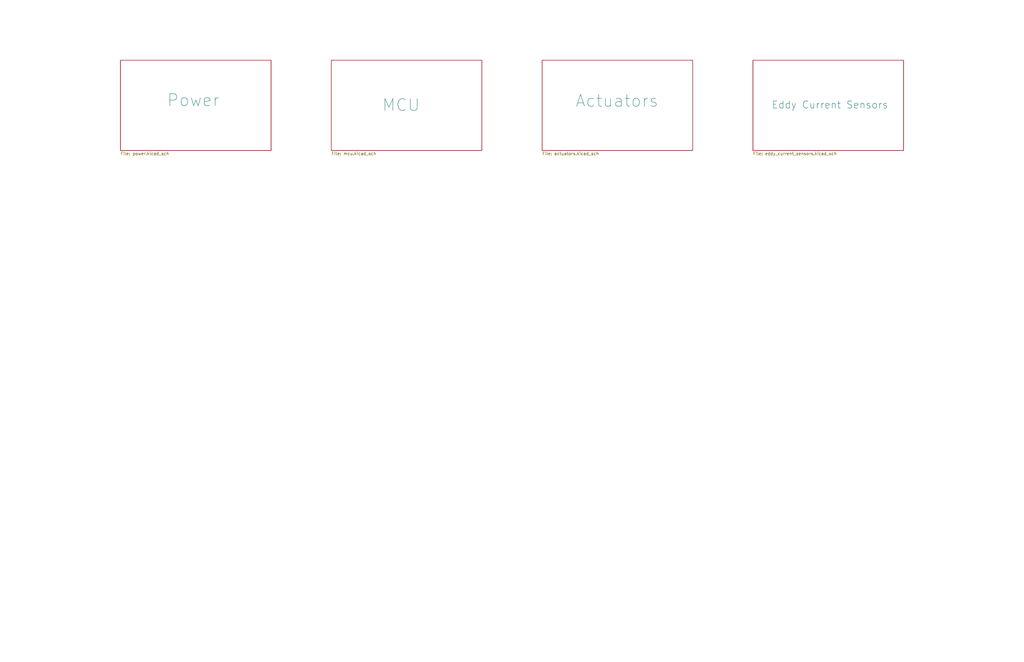
<source format=kicad_sch>
(kicad_sch
	(version 20231120)
	(generator "eeschema")
	(generator_version "8.0")
	(uuid "b88f3414-095b-412c-ac5e-63ceec91c7e6")
	(paper "B")
	(title_block
		(title "KASM Actuator PCBA Rev2")
		(date "2024-09-28")
		(rev "2")
	)
	(lib_symbols)
	(sheet
		(at 228.6 25.4)
		(size 63.5 38.1)
		(stroke
			(width 0.1524)
			(type solid)
		)
		(fill
			(color 0 0 0 0.0000)
		)
		(uuid "2d3f9a94-2f4e-4d4f-b431-cd37d3bb57a3")
		(property "Sheetname" "Actuators"
			(at 242.57 45.466 0)
			(effects
				(font
					(size 5 5)
				)
				(justify left bottom)
			)
		)
		(property "Sheetfile" "actuators.kicad_sch"
			(at 228.6 64.0846 0)
			(effects
				(font
					(size 1.27 1.27)
				)
				(justify left top)
			)
		)
		(instances
			(project "kasm_pcb_rev2"
				(path "/b88f3414-095b-412c-ac5e-63ceec91c7e6"
					(page "6")
				)
			)
		)
	)
	(sheet
		(at 317.5 25.4)
		(size 63.5 38.1)
		(stroke
			(width 0.1524)
			(type solid)
		)
		(fill
			(color 0 0 0 0.0000)
		)
		(uuid "4b276530-5987-4e99-95b5-b3ce39da57f0")
		(property "Sheetname" "Eddy Current Sensors"
			(at 325.374 45.974 0)
			(effects
				(font
					(size 3 3)
				)
				(justify left bottom)
			)
		)
		(property "Sheetfile" "eddy_current_sensors.kicad_sch"
			(at 317.5 64.0846 0)
			(effects
				(font
					(size 1.27 1.27)
				)
				(justify left top)
			)
		)
		(instances
			(project "kasm_pcb_rev2"
				(path "/b88f3414-095b-412c-ac5e-63ceec91c7e6"
					(page "5")
				)
			)
		)
	)
	(sheet
		(at 50.8 25.4)
		(size 63.5 38.1)
		(stroke
			(width 0.1524)
			(type solid)
		)
		(fill
			(color 0 0 0 0.0000)
		)
		(uuid "9c2d3862-69a3-47a2-8b84-f8c528b2378d")
		(property "Sheetname" "Power"
			(at 70.358 45.212 0)
			(effects
				(font
					(size 5 5)
				)
				(justify left bottom)
			)
		)
		(property "Sheetfile" "power.kicad_sch"
			(at 50.8 64.0846 0)
			(effects
				(font
					(size 1.27 1.27)
				)
				(justify left top)
			)
		)
		(instances
			(project "kasm_pcb_rev2"
				(path "/b88f3414-095b-412c-ac5e-63ceec91c7e6"
					(page "2")
				)
			)
		)
	)
	(sheet
		(at 139.7 25.4)
		(size 63.5 38.1)
		(stroke
			(width 0.1524)
			(type solid)
		)
		(fill
			(color 0 0 0 0.0000)
		)
		(uuid "ab06fd63-42dd-4255-9311-93f69d8db4c1")
		(property "Sheetname" "MCU"
			(at 161.036 47.244 0)
			(effects
				(font
					(size 5 5)
				)
				(justify left bottom)
			)
		)
		(property "Sheetfile" "mcu.kicad_sch"
			(at 139.7 64.0846 0)
			(effects
				(font
					(size 1.27 1.27)
				)
				(justify left top)
			)
		)
		(instances
			(project "kasm_pcb_rev2"
				(path "/b88f3414-095b-412c-ac5e-63ceec91c7e6"
					(page "3")
				)
			)
		)
	)
	(sheet_instances
		(path "/"
			(page "1")
		)
	)
)
</source>
